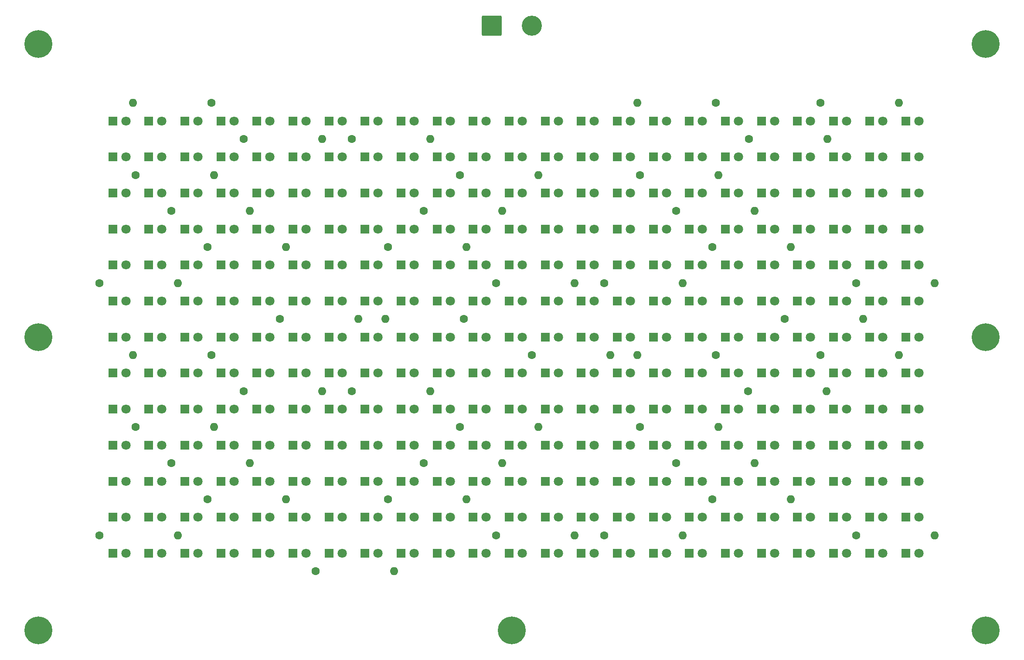
<source format=gbr>
%TF.GenerationSoftware,KiCad,Pcbnew,(6.0.6-0)*%
%TF.CreationDate,2022-07-15T18:49:22+02:00*%
%TF.ProjectId,laemp,6c61656d-702e-46b6-9963-61645f706362,1*%
%TF.SameCoordinates,Original*%
%TF.FileFunction,Soldermask,Top*%
%TF.FilePolarity,Negative*%
%FSLAX46Y46*%
G04 Gerber Fmt 4.6, Leading zero omitted, Abs format (unit mm)*
G04 Created by KiCad (PCBNEW (6.0.6-0)) date 2022-07-15 18:49:22*
%MOMM*%
%LPD*%
G01*
G04 APERTURE LIST*
G04 Aperture macros list*
%AMRoundRect*
0 Rectangle with rounded corners*
0 $1 Rounding radius*
0 $2 $3 $4 $5 $6 $7 $8 $9 X,Y pos of 4 corners*
0 Add a 4 corners polygon primitive as box body*
4,1,4,$2,$3,$4,$5,$6,$7,$8,$9,$2,$3,0*
0 Add four circle primitives for the rounded corners*
1,1,$1+$1,$2,$3*
1,1,$1+$1,$4,$5*
1,1,$1+$1,$6,$7*
1,1,$1+$1,$8,$9*
0 Add four rect primitives between the rounded corners*
20,1,$1+$1,$2,$3,$4,$5,0*
20,1,$1+$1,$4,$5,$6,$7,0*
20,1,$1+$1,$6,$7,$8,$9,0*
20,1,$1+$1,$8,$9,$2,$3,0*%
G04 Aperture macros list end*
%ADD10R,1.800000X1.800000*%
%ADD11C,1.800000*%
%ADD12RoundRect,0.250002X-1.699998X-1.699998X1.699998X-1.699998X1.699998X1.699998X-1.699998X1.699998X0*%
%ADD13C,3.900000*%
%ADD14C,5.400000*%
%ADD15C,0.800000*%
%ADD16O,1.600000X1.600000*%
%ADD17C,1.600000*%
G04 APERTURE END LIST*
D10*
%TO.C,D236*%
X192960000Y-55500000D03*
D11*
X195500000Y-55500000D03*
%TD*%
D10*
%TO.C,D299*%
X220960000Y-48500000D03*
D11*
X223500000Y-48500000D03*
%TD*%
D10*
%TO.C,D79*%
X108960000Y-48500000D03*
D11*
X111500000Y-48500000D03*
%TD*%
D10*
%TO.C,D92*%
X115960000Y-132500000D03*
D11*
X118500000Y-132500000D03*
%TD*%
D10*
%TO.C,D23*%
X73960000Y-69500000D03*
D11*
X76500000Y-69500000D03*
%TD*%
D10*
%TO.C,D228*%
X185960000Y-90500000D03*
D11*
X188500000Y-90500000D03*
%TD*%
D10*
%TO.C,D128*%
X129960000Y-62500000D03*
D11*
X132500000Y-62500000D03*
%TD*%
D10*
%TO.C,D99*%
X115960000Y-83500000D03*
D11*
X118500000Y-83500000D03*
%TD*%
D10*
%TO.C,D157*%
X150960000Y-48500000D03*
D11*
X153500000Y-48500000D03*
%TD*%
D10*
%TO.C,D280*%
X213960000Y-90500000D03*
D11*
X216500000Y-90500000D03*
%TD*%
D10*
%TO.C,D100*%
X115960000Y-76500000D03*
D11*
X118500000Y-76500000D03*
%TD*%
D10*
%TO.C,D25*%
X73960000Y-55500000D03*
D11*
X76500000Y-55500000D03*
%TD*%
D10*
%TO.C,D192*%
X164960000Y-111500000D03*
D11*
X167500000Y-111500000D03*
%TD*%
D10*
%TO.C,D289*%
X220960000Y-118500000D03*
D11*
X223500000Y-118500000D03*
%TD*%
D10*
%TO.C,D231*%
X185960000Y-69500000D03*
D11*
X188500000Y-69500000D03*
%TD*%
D10*
%TO.C,D204*%
X171960000Y-76500000D03*
D11*
X174500000Y-76500000D03*
%TD*%
D10*
%TO.C,D219*%
X178960000Y-118500000D03*
D11*
X181500000Y-118500000D03*
%TD*%
D10*
%TO.C,D9*%
X66960000Y-104500000D03*
D11*
X69500000Y-104500000D03*
%TD*%
D10*
%TO.C,D242*%
X192960000Y-97500000D03*
D11*
X195500000Y-97500000D03*
%TD*%
D10*
%TO.C,D40*%
X87960000Y-132500000D03*
D11*
X90500000Y-132500000D03*
%TD*%
D10*
%TO.C,D20*%
X73960000Y-90500000D03*
D11*
X76500000Y-90500000D03*
%TD*%
D10*
%TO.C,D45*%
X87960000Y-97500000D03*
D11*
X90500000Y-97500000D03*
%TD*%
D10*
%TO.C,D267*%
X206960000Y-90500000D03*
D11*
X209500000Y-90500000D03*
%TD*%
D10*
%TO.C,D82*%
X108960000Y-69500000D03*
D11*
X111500000Y-69500000D03*
%TD*%
D10*
%TO.C,D70*%
X101960000Y-104500000D03*
D11*
X104500000Y-104500000D03*
%TD*%
D10*
%TO.C,D12*%
X66960000Y-125500000D03*
D11*
X69500000Y-125500000D03*
%TD*%
D10*
%TO.C,D47*%
X87960000Y-83500000D03*
D11*
X90500000Y-83500000D03*
%TD*%
D10*
%TO.C,D154*%
X143960000Y-62500000D03*
D11*
X146500000Y-62500000D03*
%TD*%
D10*
%TO.C,D271*%
X206960000Y-118500000D03*
D11*
X209500000Y-118500000D03*
%TD*%
D10*
%TO.C,D106*%
X122960000Y-55500000D03*
D11*
X125500000Y-55500000D03*
%TD*%
D10*
%TO.C,D78*%
X101960000Y-48500000D03*
D11*
X104500000Y-48500000D03*
%TD*%
D10*
%TO.C,D269*%
X206960000Y-104500000D03*
D11*
X209500000Y-104500000D03*
%TD*%
D10*
%TO.C,D145*%
X143960000Y-125500000D03*
D11*
X146500000Y-125500000D03*
%TD*%
D10*
%TO.C,D216*%
X178960000Y-97500000D03*
D11*
X181500000Y-97500000D03*
%TD*%
D10*
%TO.C,D152*%
X143960000Y-76500000D03*
D11*
X146500000Y-76500000D03*
%TD*%
D10*
%TO.C,D16*%
X73960000Y-118500000D03*
D11*
X76500000Y-118500000D03*
%TD*%
D10*
%TO.C,D234*%
X185960000Y-48500000D03*
D11*
X188500000Y-48500000D03*
%TD*%
D10*
%TO.C,D266*%
X206960000Y-83500000D03*
D11*
X209500000Y-83500000D03*
%TD*%
D10*
%TO.C,D189*%
X164960000Y-90500000D03*
D11*
X167500000Y-90500000D03*
%TD*%
D10*
%TO.C,D181*%
X157960000Y-55500000D03*
D11*
X160500000Y-55500000D03*
%TD*%
D10*
%TO.C,D89*%
X108960000Y-118500000D03*
D11*
X111500000Y-118500000D03*
%TD*%
D10*
%TO.C,D209*%
X178960000Y-48500000D03*
D11*
X181500000Y-48500000D03*
%TD*%
D10*
%TO.C,D224*%
X185960000Y-118500000D03*
D11*
X188500000Y-118500000D03*
%TD*%
D10*
%TO.C,D19*%
X73960000Y-97500000D03*
D11*
X76500000Y-97500000D03*
%TD*%
D10*
%TO.C,D2*%
X66960000Y-55500000D03*
D11*
X69500000Y-55500000D03*
%TD*%
D10*
%TO.C,D141*%
X136960000Y-118500000D03*
D11*
X139500000Y-118500000D03*
%TD*%
D10*
%TO.C,D91*%
X108960000Y-132500000D03*
D11*
X111500000Y-132500000D03*
%TD*%
D10*
%TO.C,D150*%
X143960000Y-90500000D03*
D11*
X146500000Y-90500000D03*
%TD*%
D10*
%TO.C,D277*%
X213960000Y-69500000D03*
D11*
X216500000Y-69500000D03*
%TD*%
D10*
%TO.C,D118*%
X129960000Y-132500000D03*
D11*
X132500000Y-132500000D03*
%TD*%
D10*
%TO.C,D33*%
X80960000Y-90500000D03*
D11*
X83500000Y-90500000D03*
%TD*%
D10*
%TO.C,D188*%
X164960000Y-83500000D03*
D11*
X167500000Y-83500000D03*
%TD*%
D10*
%TO.C,D143*%
X136960000Y-132500000D03*
D11*
X139500000Y-132500000D03*
%TD*%
D10*
%TO.C,D206*%
X171960000Y-62500000D03*
D11*
X174500000Y-62500000D03*
%TD*%
D10*
%TO.C,D121*%
X129960000Y-111500000D03*
D11*
X132500000Y-111500000D03*
%TD*%
D10*
%TO.C,D151*%
X143960000Y-83500000D03*
D11*
X146500000Y-83500000D03*
%TD*%
D10*
%TO.C,D21*%
X73960000Y-83500000D03*
D11*
X76500000Y-83500000D03*
%TD*%
D10*
%TO.C,D113*%
X122960000Y-104500000D03*
D11*
X125500000Y-104500000D03*
%TD*%
D10*
%TO.C,D29*%
X80960000Y-62500000D03*
D11*
X83500000Y-62500000D03*
%TD*%
D10*
%TO.C,D124*%
X129960000Y-90500000D03*
D11*
X132500000Y-90500000D03*
%TD*%
D10*
%TO.C,D133*%
X136960000Y-62500000D03*
D11*
X139500000Y-62500000D03*
%TD*%
D10*
%TO.C,D295*%
X220960000Y-76500000D03*
D11*
X223500000Y-76500000D03*
%TD*%
D10*
%TO.C,D173*%
X157960000Y-111500000D03*
D11*
X160500000Y-111500000D03*
%TD*%
D10*
%TO.C,D60*%
X94960000Y-97500000D03*
D11*
X97500000Y-97500000D03*
%TD*%
D10*
%TO.C,D174*%
X157960000Y-104500000D03*
D11*
X160500000Y-104500000D03*
%TD*%
D10*
%TO.C,D285*%
X213960000Y-125500000D03*
D11*
X216500000Y-125500000D03*
%TD*%
D10*
%TO.C,D24*%
X73960000Y-62500000D03*
D11*
X76500000Y-62500000D03*
%TD*%
D10*
%TO.C,D74*%
X101960000Y-76500000D03*
D11*
X104500000Y-76500000D03*
%TD*%
D10*
%TO.C,D116*%
X122960000Y-125500000D03*
D11*
X125500000Y-125500000D03*
%TD*%
D12*
%TO.C,J1*%
X140600000Y-30000000D03*
D13*
X148400000Y-30000000D03*
%TD*%
D10*
%TO.C,D183*%
X164960000Y-48500000D03*
D11*
X167500000Y-48500000D03*
%TD*%
D10*
%TO.C,D230*%
X185960000Y-76500000D03*
D11*
X188500000Y-76500000D03*
%TD*%
D10*
%TO.C,D17*%
X73960000Y-111500000D03*
D11*
X76500000Y-111500000D03*
%TD*%
D10*
%TO.C,D235*%
X192960000Y-48500000D03*
D11*
X195500000Y-48500000D03*
%TD*%
D10*
%TO.C,D223*%
X185960000Y-125500000D03*
D11*
X188500000Y-125500000D03*
%TD*%
D10*
%TO.C,D175*%
X157960000Y-97500000D03*
D11*
X160500000Y-97500000D03*
%TD*%
D10*
%TO.C,D105*%
X122960000Y-48500000D03*
D11*
X125500000Y-48500000D03*
%TD*%
D10*
%TO.C,D122*%
X129960000Y-104500000D03*
D11*
X132500000Y-104500000D03*
%TD*%
D10*
%TO.C,D168*%
X150960000Y-125500000D03*
D11*
X153500000Y-125500000D03*
%TD*%
D10*
%TO.C,D28*%
X80960000Y-55500000D03*
D11*
X83500000Y-55500000D03*
%TD*%
D10*
%TO.C,D247*%
X192960000Y-132500000D03*
D11*
X195500000Y-132500000D03*
%TD*%
D10*
%TO.C,D149*%
X143960000Y-97500000D03*
D11*
X146500000Y-97500000D03*
%TD*%
D10*
%TO.C,D72*%
X101960000Y-90500000D03*
D11*
X104500000Y-90500000D03*
%TD*%
D10*
%TO.C,D256*%
X199960000Y-76500000D03*
D11*
X202500000Y-76500000D03*
%TD*%
D10*
%TO.C,D294*%
X220960000Y-83500000D03*
D11*
X223500000Y-83500000D03*
%TD*%
D10*
%TO.C,D220*%
X178960000Y-125500000D03*
D11*
X181500000Y-125500000D03*
%TD*%
D10*
%TO.C,D218*%
X178960000Y-111500000D03*
D11*
X181500000Y-111500000D03*
%TD*%
D10*
%TO.C,D4*%
X66960000Y-69500000D03*
D11*
X69500000Y-69500000D03*
%TD*%
D10*
%TO.C,D46*%
X87960000Y-90500000D03*
D11*
X90500000Y-90500000D03*
%TD*%
D10*
%TO.C,D184*%
X164960000Y-55500000D03*
D11*
X167500000Y-55500000D03*
%TD*%
D10*
%TO.C,D286*%
X213960000Y-132500000D03*
D11*
X216500000Y-132500000D03*
%TD*%
D10*
%TO.C,D94*%
X115960000Y-118500000D03*
D11*
X118500000Y-118500000D03*
%TD*%
D10*
%TO.C,D10*%
X66960000Y-111500000D03*
D11*
X69500000Y-111500000D03*
%TD*%
D10*
%TO.C,D131*%
X136960000Y-48500000D03*
D11*
X139500000Y-48500000D03*
%TD*%
D10*
%TO.C,D11*%
X66960000Y-118500000D03*
D11*
X69500000Y-118500000D03*
%TD*%
D10*
%TO.C,D130*%
X129960000Y-48500000D03*
D11*
X132500000Y-48500000D03*
%TD*%
D10*
%TO.C,D162*%
X150960000Y-83500000D03*
D11*
X153500000Y-83500000D03*
%TD*%
D10*
%TO.C,D123*%
X129960000Y-97500000D03*
D11*
X132500000Y-97500000D03*
%TD*%
D10*
%TO.C,D165*%
X150960000Y-104500000D03*
D11*
X153500000Y-104500000D03*
%TD*%
D10*
%TO.C,D179*%
X157960000Y-69500000D03*
D11*
X160500000Y-69500000D03*
%TD*%
D10*
%TO.C,D71*%
X101960000Y-97500000D03*
D11*
X104500000Y-97500000D03*
%TD*%
D10*
%TO.C,D30*%
X80960000Y-69500000D03*
D11*
X83500000Y-69500000D03*
%TD*%
D10*
%TO.C,D144*%
X143960000Y-132500000D03*
D11*
X146500000Y-132500000D03*
%TD*%
D10*
%TO.C,D67*%
X101960000Y-125500000D03*
D11*
X104500000Y-125500000D03*
%TD*%
D10*
%TO.C,D268*%
X206960000Y-97500000D03*
D11*
X209500000Y-97500000D03*
%TD*%
D10*
%TO.C,D85*%
X108960000Y-90500000D03*
D11*
X111500000Y-90500000D03*
%TD*%
D10*
%TO.C,D146*%
X143960000Y-118500000D03*
D11*
X146500000Y-118500000D03*
%TD*%
D10*
%TO.C,D96*%
X115960000Y-104500000D03*
D11*
X118500000Y-104500000D03*
%TD*%
D10*
%TO.C,D240*%
X192960000Y-83500000D03*
D11*
X195500000Y-83500000D03*
%TD*%
D10*
%TO.C,D44*%
X87960000Y-104500000D03*
D11*
X90500000Y-104500000D03*
%TD*%
D10*
%TO.C,D102*%
X115960000Y-62500000D03*
D11*
X118500000Y-62500000D03*
%TD*%
D10*
%TO.C,D178*%
X157960000Y-76500000D03*
D11*
X160500000Y-76500000D03*
%TD*%
D10*
%TO.C,D83*%
X108960000Y-76500000D03*
D11*
X111500000Y-76500000D03*
%TD*%
D10*
%TO.C,D199*%
X171960000Y-111500000D03*
D11*
X174500000Y-111500000D03*
%TD*%
D10*
%TO.C,D35*%
X80960000Y-104500000D03*
D11*
X83500000Y-104500000D03*
%TD*%
D10*
%TO.C,D148*%
X143960000Y-104500000D03*
D11*
X146500000Y-104500000D03*
%TD*%
D14*
%TO.C,H2*%
X236500000Y-33500000D03*
D15*
X234475000Y-33500000D03*
X237931891Y-34931891D03*
X235068109Y-34931891D03*
X235068109Y-32068109D03*
X236500000Y-35525000D03*
X238525000Y-33500000D03*
X237931891Y-32068109D03*
X236500000Y-31475000D03*
%TD*%
D10*
%TO.C,D90*%
X108960000Y-125500000D03*
D11*
X111500000Y-125500000D03*
%TD*%
D10*
%TO.C,D147*%
X143960000Y-111500000D03*
D11*
X146500000Y-111500000D03*
%TD*%
D14*
%TO.C,H6*%
X52500000Y-147500000D03*
D15*
X53931891Y-148931891D03*
X52500000Y-149525000D03*
X52500000Y-145475000D03*
X53931891Y-146068109D03*
X54525000Y-147500000D03*
X50475000Y-147500000D03*
X51068109Y-148931891D03*
X51068109Y-146068109D03*
%TD*%
D10*
%TO.C,D172*%
X157960000Y-118500000D03*
D11*
X160500000Y-118500000D03*
%TD*%
D10*
%TO.C,D7*%
X66960000Y-90500000D03*
D11*
X69500000Y-90500000D03*
%TD*%
D10*
%TO.C,D239*%
X192960000Y-76500000D03*
D11*
X195500000Y-76500000D03*
%TD*%
D10*
%TO.C,D13*%
X66960000Y-132500000D03*
D11*
X69500000Y-132500000D03*
%TD*%
D10*
%TO.C,D195*%
X164960000Y-132500000D03*
D11*
X167500000Y-132500000D03*
%TD*%
D10*
%TO.C,D156*%
X143960000Y-48500000D03*
D11*
X146500000Y-48500000D03*
%TD*%
D14*
%TO.C,H4*%
X236500000Y-147500000D03*
D15*
X235068109Y-148931891D03*
X236500000Y-149525000D03*
X237931891Y-148931891D03*
X238525000Y-147500000D03*
X235068109Y-146068109D03*
X234475000Y-147500000D03*
X237931891Y-146068109D03*
X236500000Y-145475000D03*
%TD*%
D10*
%TO.C,D276*%
X213960000Y-62500000D03*
D11*
X216500000Y-62500000D03*
%TD*%
D10*
%TO.C,D237*%
X192960000Y-62500000D03*
D11*
X195500000Y-62500000D03*
%TD*%
D10*
%TO.C,D88*%
X108960000Y-111500000D03*
D11*
X111500000Y-111500000D03*
%TD*%
D10*
%TO.C,D120*%
X129960000Y-118500000D03*
D11*
X132500000Y-118500000D03*
%TD*%
D10*
%TO.C,D119*%
X129960000Y-125500000D03*
D11*
X132500000Y-125500000D03*
%TD*%
D10*
%TO.C,D109*%
X122960000Y-76500000D03*
D11*
X125500000Y-76500000D03*
%TD*%
D10*
%TO.C,D66*%
X101960000Y-132500000D03*
D11*
X104500000Y-132500000D03*
%TD*%
D10*
%TO.C,D80*%
X108960000Y-55500000D03*
D11*
X111500000Y-55500000D03*
%TD*%
D10*
%TO.C,D126*%
X129960000Y-76500000D03*
D11*
X132500000Y-76500000D03*
%TD*%
D10*
%TO.C,D161*%
X150960000Y-76500000D03*
D11*
X153500000Y-76500000D03*
%TD*%
D10*
%TO.C,D258*%
X199960000Y-62500000D03*
D11*
X202500000Y-62500000D03*
%TD*%
D10*
%TO.C,D251*%
X199960000Y-111500000D03*
D11*
X202500000Y-111500000D03*
%TD*%
D10*
%TO.C,D15*%
X73960000Y-125500000D03*
D11*
X76500000Y-125500000D03*
%TD*%
D10*
%TO.C,D42*%
X87960000Y-118500000D03*
D11*
X90500000Y-118500000D03*
%TD*%
D10*
%TO.C,D260*%
X199960000Y-48500000D03*
D11*
X202500000Y-48500000D03*
%TD*%
D10*
%TO.C,D134*%
X136960000Y-69500000D03*
D11*
X139500000Y-69500000D03*
%TD*%
D10*
%TO.C,D115*%
X122960000Y-118500000D03*
D11*
X125500000Y-118500000D03*
%TD*%
D10*
%TO.C,D142*%
X136960000Y-125500000D03*
D11*
X139500000Y-125500000D03*
%TD*%
D10*
%TO.C,D291*%
X220960000Y-104500000D03*
D11*
X223500000Y-104500000D03*
%TD*%
D15*
%TO.C,H3*%
X235068109Y-91931891D03*
X236500000Y-92525000D03*
X238525000Y-90500000D03*
D14*
X236500000Y-90500000D03*
D15*
X234475000Y-90500000D03*
X237931891Y-89068109D03*
X236500000Y-88475000D03*
X237931891Y-91931891D03*
X235068109Y-89068109D03*
%TD*%
D10*
%TO.C,D275*%
X213960000Y-55500000D03*
D11*
X216500000Y-55500000D03*
%TD*%
D10*
%TO.C,D238*%
X192960000Y-69500000D03*
D11*
X195500000Y-69500000D03*
%TD*%
D10*
%TO.C,D187*%
X164960000Y-76500000D03*
D11*
X167500000Y-76500000D03*
%TD*%
D10*
%TO.C,D125*%
X129960000Y-83500000D03*
D11*
X132500000Y-83500000D03*
%TD*%
D10*
%TO.C,D297*%
X220960000Y-62500000D03*
D11*
X223500000Y-62500000D03*
%TD*%
D10*
%TO.C,D167*%
X150960000Y-118500000D03*
D11*
X153500000Y-118500000D03*
%TD*%
D10*
%TO.C,D95*%
X115960000Y-111500000D03*
D11*
X118500000Y-111500000D03*
%TD*%
D10*
%TO.C,D138*%
X136960000Y-97500000D03*
D11*
X139500000Y-97500000D03*
%TD*%
D10*
%TO.C,D3*%
X66960000Y-62500000D03*
D11*
X69500000Y-62500000D03*
%TD*%
D10*
%TO.C,D49*%
X87960000Y-69500000D03*
D11*
X90500000Y-69500000D03*
%TD*%
D10*
%TO.C,D107*%
X122960000Y-62500000D03*
D11*
X125500000Y-62500000D03*
%TD*%
D10*
%TO.C,D274*%
X213960000Y-48500000D03*
D11*
X216500000Y-48500000D03*
%TD*%
D10*
%TO.C,D98*%
X115960000Y-90500000D03*
D11*
X118500000Y-90500000D03*
%TD*%
D10*
%TO.C,D22*%
X73960000Y-76500000D03*
D11*
X76500000Y-76500000D03*
%TD*%
D10*
%TO.C,D61*%
X94960000Y-104500000D03*
D11*
X97500000Y-104500000D03*
%TD*%
D10*
%TO.C,D287*%
X220960000Y-132500000D03*
D11*
X223500000Y-132500000D03*
%TD*%
D10*
%TO.C,D14*%
X73960000Y-132500000D03*
D11*
X76500000Y-132500000D03*
%TD*%
D10*
%TO.C,D77*%
X101960000Y-55500000D03*
D11*
X104500000Y-55500000D03*
%TD*%
D10*
%TO.C,D93*%
X115960000Y-125500000D03*
D11*
X118500000Y-125500000D03*
%TD*%
D10*
%TO.C,D253*%
X199960000Y-97500000D03*
D11*
X202500000Y-97500000D03*
%TD*%
D10*
%TO.C,D97*%
X115960000Y-97500000D03*
D11*
X118500000Y-97500000D03*
%TD*%
D15*
%TO.C,H1*%
X52500000Y-31475000D03*
X51068109Y-32068109D03*
X52500000Y-35525000D03*
X54525000Y-33500000D03*
X50475000Y-33500000D03*
X51068109Y-34931891D03*
D14*
X52500000Y-33500000D03*
D15*
X53931891Y-32068109D03*
X53931891Y-34931891D03*
%TD*%
D10*
%TO.C,D62*%
X94960000Y-111500000D03*
D11*
X97500000Y-111500000D03*
%TD*%
D10*
%TO.C,D5*%
X66960000Y-76500000D03*
D11*
X69500000Y-76500000D03*
%TD*%
D10*
%TO.C,D36*%
X80960000Y-111500000D03*
D11*
X83500000Y-111500000D03*
%TD*%
D10*
%TO.C,D194*%
X164960000Y-125500000D03*
D11*
X167500000Y-125500000D03*
%TD*%
D10*
%TO.C,D213*%
X178960000Y-76500000D03*
D11*
X181500000Y-76500000D03*
%TD*%
D10*
%TO.C,D6*%
X66960000Y-83500000D03*
D11*
X69500000Y-83500000D03*
%TD*%
D10*
%TO.C,D180*%
X157960000Y-62500000D03*
D11*
X160500000Y-62500000D03*
%TD*%
D10*
%TO.C,D8*%
X66960000Y-97500000D03*
D11*
X69500000Y-97500000D03*
%TD*%
D10*
%TO.C,D227*%
X185960000Y-97500000D03*
D11*
X188500000Y-97500000D03*
%TD*%
D10*
%TO.C,D76*%
X101960000Y-62500000D03*
D11*
X104500000Y-62500000D03*
%TD*%
D10*
%TO.C,D64*%
X94960000Y-125500000D03*
D11*
X97500000Y-125500000D03*
%TD*%
D10*
%TO.C,D84*%
X108960000Y-83500000D03*
D11*
X111500000Y-83500000D03*
%TD*%
D10*
%TO.C,D104*%
X115960000Y-48500000D03*
D11*
X118500000Y-48500000D03*
%TD*%
D10*
%TO.C,D136*%
X136960000Y-83500000D03*
D11*
X139500000Y-83500000D03*
%TD*%
D10*
%TO.C,D68*%
X101960000Y-118500000D03*
D11*
X104500000Y-118500000D03*
%TD*%
D10*
%TO.C,D212*%
X178960000Y-69500000D03*
D11*
X181500000Y-69500000D03*
%TD*%
D10*
%TO.C,D111*%
X122960000Y-90500000D03*
D11*
X125500000Y-90500000D03*
%TD*%
D10*
%TO.C,D182*%
X157960000Y-48500000D03*
D11*
X160500000Y-48500000D03*
%TD*%
D10*
%TO.C,D245*%
X192960000Y-118500000D03*
D11*
X195500000Y-118500000D03*
%TD*%
D10*
%TO.C,D86*%
X108960000Y-97500000D03*
D11*
X111500000Y-97500000D03*
%TD*%
D10*
%TO.C,D127*%
X129960000Y-69500000D03*
D11*
X132500000Y-69500000D03*
%TD*%
D10*
%TO.C,D248*%
X199960000Y-132500000D03*
D11*
X202500000Y-132500000D03*
%TD*%
D10*
%TO.C,D1*%
X66960000Y-48500000D03*
D11*
X69500000Y-48500000D03*
%TD*%
D10*
%TO.C,D232*%
X185960000Y-62500000D03*
D11*
X188500000Y-62500000D03*
%TD*%
D10*
%TO.C,D263*%
X206960000Y-62500000D03*
D11*
X209500000Y-62500000D03*
%TD*%
D10*
%TO.C,D197*%
X171960000Y-125500000D03*
D11*
X174500000Y-125500000D03*
%TD*%
D10*
%TO.C,D177*%
X157960000Y-83500000D03*
D11*
X160500000Y-83500000D03*
%TD*%
D10*
%TO.C,D59*%
X94960000Y-90500000D03*
D11*
X97500000Y-90500000D03*
%TD*%
D10*
%TO.C,D233*%
X185960000Y-55500000D03*
D11*
X188500000Y-55500000D03*
%TD*%
D10*
%TO.C,D205*%
X171960000Y-69500000D03*
D11*
X174500000Y-69500000D03*
%TD*%
D10*
%TO.C,D43*%
X87960000Y-111500000D03*
D11*
X90500000Y-111500000D03*
%TD*%
D10*
%TO.C,D202*%
X171960000Y-90500000D03*
D11*
X174500000Y-90500000D03*
%TD*%
D10*
%TO.C,D75*%
X101960000Y-69500000D03*
D11*
X104500000Y-69500000D03*
%TD*%
D10*
%TO.C,D225*%
X185960000Y-111500000D03*
D11*
X188500000Y-111500000D03*
%TD*%
D10*
%TO.C,D63*%
X94960000Y-118500000D03*
D11*
X97500000Y-118500000D03*
%TD*%
D10*
%TO.C,D81*%
X108960000Y-62500000D03*
D11*
X111500000Y-62500000D03*
%TD*%
D10*
%TO.C,D226*%
X185960000Y-104500000D03*
D11*
X188500000Y-104500000D03*
%TD*%
D10*
%TO.C,D137*%
X136960000Y-90500000D03*
D11*
X139500000Y-90500000D03*
%TD*%
D10*
%TO.C,D132*%
X136960000Y-55500000D03*
D11*
X139500000Y-55500000D03*
%TD*%
D10*
%TO.C,D252*%
X199960000Y-104500000D03*
D11*
X202500000Y-104500000D03*
%TD*%
D10*
%TO.C,D281*%
X213960000Y-97500000D03*
D11*
X216500000Y-97500000D03*
%TD*%
D10*
%TO.C,D293*%
X220960000Y-90500000D03*
D11*
X223500000Y-90500000D03*
%TD*%
D10*
%TO.C,D51*%
X87960000Y-55500000D03*
D11*
X90500000Y-55500000D03*
%TD*%
D10*
%TO.C,D249*%
X199960000Y-125500000D03*
D11*
X202500000Y-125500000D03*
%TD*%
D10*
%TO.C,D169*%
X150960000Y-132500000D03*
D11*
X153500000Y-132500000D03*
%TD*%
D10*
%TO.C,D176*%
X157960000Y-90500000D03*
D11*
X160500000Y-90500000D03*
%TD*%
D10*
%TO.C,D241*%
X192960000Y-90500000D03*
D11*
X195500000Y-90500000D03*
%TD*%
D14*
%TO.C,H5*%
X144500000Y-147500000D03*
D15*
X145931891Y-146068109D03*
X143068109Y-146068109D03*
X144500000Y-149525000D03*
X145931891Y-148931891D03*
X142475000Y-147500000D03*
X144500000Y-145475000D03*
X143068109Y-148931891D03*
X146525000Y-147500000D03*
%TD*%
D10*
%TO.C,D166*%
X150960000Y-111500000D03*
D11*
X153500000Y-111500000D03*
%TD*%
D10*
%TO.C,D153*%
X143960000Y-69500000D03*
D11*
X146500000Y-69500000D03*
%TD*%
D10*
%TO.C,D211*%
X178960000Y-62500000D03*
D11*
X181500000Y-62500000D03*
%TD*%
D10*
%TO.C,D50*%
X87960000Y-62500000D03*
D11*
X90500000Y-62500000D03*
%TD*%
D10*
%TO.C,D158*%
X150960000Y-55500000D03*
D11*
X153500000Y-55500000D03*
%TD*%
D10*
%TO.C,D73*%
X101960000Y-83500000D03*
D11*
X104500000Y-83500000D03*
%TD*%
D10*
%TO.C,D87*%
X108960000Y-104500000D03*
D11*
X111500000Y-104500000D03*
%TD*%
D10*
%TO.C,D282*%
X213960000Y-104500000D03*
D11*
X216500000Y-104500000D03*
%TD*%
D10*
%TO.C,D254*%
X199960000Y-90500000D03*
D11*
X202500000Y-90500000D03*
%TD*%
D10*
%TO.C,D217*%
X178960000Y-104500000D03*
D11*
X181500000Y-104500000D03*
%TD*%
D10*
%TO.C,D58*%
X94960000Y-83500000D03*
D11*
X97500000Y-83500000D03*
%TD*%
D10*
%TO.C,D26*%
X73960000Y-48500000D03*
D11*
X76500000Y-48500000D03*
%TD*%
D10*
%TO.C,D298*%
X220960000Y-55500000D03*
D11*
X223500000Y-55500000D03*
%TD*%
D10*
%TO.C,D65*%
X94960000Y-132500000D03*
D11*
X97500000Y-132500000D03*
%TD*%
D10*
%TO.C,D112*%
X122960000Y-97500000D03*
D11*
X125500000Y-97500000D03*
%TD*%
D10*
%TO.C,D114*%
X122960000Y-111500000D03*
D11*
X125500000Y-111500000D03*
%TD*%
D10*
%TO.C,D191*%
X164960000Y-104500000D03*
D11*
X167500000Y-104500000D03*
%TD*%
D10*
%TO.C,D39*%
X80960000Y-132500000D03*
D11*
X83500000Y-132500000D03*
%TD*%
D10*
%TO.C,D135*%
X136960000Y-76500000D03*
D11*
X139500000Y-76500000D03*
%TD*%
D10*
%TO.C,D243*%
X192960000Y-104500000D03*
D11*
X195500000Y-104500000D03*
%TD*%
D10*
%TO.C,D53*%
X94960000Y-48500000D03*
D11*
X97500000Y-48500000D03*
%TD*%
D10*
%TO.C,D198*%
X171960000Y-118500000D03*
D11*
X174500000Y-118500000D03*
%TD*%
D10*
%TO.C,D210*%
X178960000Y-55500000D03*
D11*
X181500000Y-55500000D03*
%TD*%
D10*
%TO.C,D170*%
X157960000Y-132500000D03*
D11*
X160500000Y-132500000D03*
%TD*%
D10*
%TO.C,D288*%
X220960000Y-125500000D03*
D11*
X223500000Y-125500000D03*
%TD*%
D10*
%TO.C,D101*%
X115960000Y-69500000D03*
D11*
X118500000Y-69500000D03*
%TD*%
D10*
%TO.C,D37*%
X80960000Y-118500000D03*
D11*
X83500000Y-118500000D03*
%TD*%
D10*
%TO.C,D255*%
X199960000Y-83500000D03*
D11*
X202500000Y-83500000D03*
%TD*%
D10*
%TO.C,D296*%
X220960000Y-69500000D03*
D11*
X223500000Y-69500000D03*
%TD*%
D10*
%TO.C,D250*%
X199960000Y-118500000D03*
D11*
X202500000Y-118500000D03*
%TD*%
D10*
%TO.C,D279*%
X213960000Y-83500000D03*
D11*
X216500000Y-83500000D03*
%TD*%
D10*
%TO.C,D38*%
X80960000Y-125500000D03*
D11*
X83500000Y-125500000D03*
%TD*%
D10*
%TO.C,D155*%
X143960000Y-55500000D03*
D11*
X146500000Y-55500000D03*
%TD*%
D10*
%TO.C,D69*%
X101960000Y-111500000D03*
D11*
X104500000Y-111500000D03*
%TD*%
D10*
%TO.C,D34*%
X80960000Y-97500000D03*
D11*
X83500000Y-97500000D03*
%TD*%
D10*
%TO.C,D31*%
X80960000Y-76500000D03*
D11*
X83500000Y-76500000D03*
%TD*%
D10*
%TO.C,D159*%
X150960000Y-62500000D03*
D11*
X153500000Y-62500000D03*
%TD*%
D10*
%TO.C,D41*%
X87960000Y-125500000D03*
D11*
X90500000Y-125500000D03*
%TD*%
D10*
%TO.C,D283*%
X213960000Y-111500000D03*
D11*
X216500000Y-111500000D03*
%TD*%
D10*
%TO.C,D103*%
X115960000Y-55500000D03*
D11*
X118500000Y-55500000D03*
%TD*%
D10*
%TO.C,D108*%
X122960000Y-69500000D03*
D11*
X125500000Y-69500000D03*
%TD*%
D10*
%TO.C,D284*%
X213960000Y-118500000D03*
D11*
X216500000Y-118500000D03*
%TD*%
D10*
%TO.C,D196*%
X171960000Y-132500000D03*
D11*
X174500000Y-132500000D03*
%TD*%
D10*
%TO.C,D259*%
X199960000Y-55500000D03*
D11*
X202500000Y-55500000D03*
%TD*%
D10*
%TO.C,D57*%
X94960000Y-76500000D03*
D11*
X97500000Y-76500000D03*
%TD*%
D10*
%TO.C,D203*%
X171960000Y-83500000D03*
D11*
X174500000Y-83500000D03*
%TD*%
D10*
%TO.C,D278*%
X213960000Y-76500000D03*
D11*
X216500000Y-76500000D03*
%TD*%
D10*
%TO.C,D265*%
X206960000Y-76500000D03*
D11*
X209500000Y-76500000D03*
%TD*%
D10*
%TO.C,D190*%
X164960000Y-97500000D03*
D11*
X167500000Y-97500000D03*
%TD*%
D10*
%TO.C,D185*%
X164960000Y-62500000D03*
D11*
X167500000Y-62500000D03*
%TD*%
D10*
%TO.C,D18*%
X73960000Y-104500000D03*
D11*
X76500000Y-104500000D03*
%TD*%
D10*
%TO.C,D270*%
X206960000Y-111500000D03*
D11*
X209500000Y-111500000D03*
%TD*%
D10*
%TO.C,D222*%
X185960000Y-132500000D03*
D11*
X188500000Y-132500000D03*
%TD*%
D10*
%TO.C,D32*%
X80960000Y-83500000D03*
D11*
X83500000Y-83500000D03*
%TD*%
D10*
%TO.C,D246*%
X192960000Y-125500000D03*
D11*
X195500000Y-125500000D03*
%TD*%
D10*
%TO.C,D56*%
X94960000Y-69500000D03*
D11*
X97500000Y-69500000D03*
%TD*%
D10*
%TO.C,D244*%
X192960000Y-111500000D03*
D11*
X195500000Y-111500000D03*
%TD*%
D10*
%TO.C,D292*%
X220960000Y-97500000D03*
D11*
X223500000Y-97500000D03*
%TD*%
D10*
%TO.C,D193*%
X164960000Y-118500000D03*
D11*
X167500000Y-118500000D03*
%TD*%
D10*
%TO.C,D164*%
X150960000Y-97500000D03*
D11*
X153500000Y-97500000D03*
%TD*%
D10*
%TO.C,D257*%
X199960000Y-69500000D03*
D11*
X202500000Y-69500000D03*
%TD*%
D10*
%TO.C,D273*%
X206960000Y-132500000D03*
D11*
X209500000Y-132500000D03*
%TD*%
D10*
%TO.C,D139*%
X136960000Y-104500000D03*
D11*
X139500000Y-104500000D03*
%TD*%
D10*
%TO.C,D201*%
X171960000Y-97500000D03*
D11*
X174500000Y-97500000D03*
%TD*%
D10*
%TO.C,D272*%
X206960000Y-125500000D03*
D11*
X209500000Y-125500000D03*
%TD*%
D10*
%TO.C,D229*%
X185960000Y-83500000D03*
D11*
X188500000Y-83500000D03*
%TD*%
D10*
%TO.C,D110*%
X122960000Y-83500000D03*
D11*
X125500000Y-83500000D03*
%TD*%
D10*
%TO.C,D186*%
X164960000Y-69500000D03*
D11*
X167500000Y-69500000D03*
%TD*%
D10*
%TO.C,D55*%
X94960000Y-62500000D03*
D11*
X97500000Y-62500000D03*
%TD*%
D10*
%TO.C,D208*%
X171960000Y-48500000D03*
D11*
X174500000Y-48500000D03*
%TD*%
D10*
%TO.C,D54*%
X94960000Y-55500000D03*
D11*
X97500000Y-55500000D03*
%TD*%
D10*
%TO.C,D264*%
X206960000Y-69500000D03*
D11*
X209500000Y-69500000D03*
%TD*%
D10*
%TO.C,D290*%
X220960000Y-111500000D03*
D11*
X223500000Y-111500000D03*
%TD*%
D15*
%TO.C,H7*%
X51068109Y-91931891D03*
X54525000Y-90500000D03*
X53931891Y-89068109D03*
X51068109Y-89068109D03*
X50475000Y-90500000D03*
X52500000Y-92525000D03*
D14*
X52500000Y-90500000D03*
D15*
X53931891Y-91931891D03*
X52500000Y-88475000D03*
%TD*%
D10*
%TO.C,D52*%
X87960000Y-48500000D03*
D11*
X90500000Y-48500000D03*
%TD*%
D10*
%TO.C,D160*%
X150960000Y-69500000D03*
D11*
X153500000Y-69500000D03*
%TD*%
D10*
%TO.C,D261*%
X206960000Y-48500000D03*
D11*
X209500000Y-48500000D03*
%TD*%
D10*
%TO.C,D200*%
X171960000Y-104500000D03*
D11*
X174500000Y-104500000D03*
%TD*%
D10*
%TO.C,D140*%
X136960000Y-111500000D03*
D11*
X139500000Y-111500000D03*
%TD*%
D10*
%TO.C,D221*%
X178960000Y-132500000D03*
D11*
X181500000Y-132500000D03*
%TD*%
D10*
%TO.C,D117*%
X122960000Y-132500000D03*
D11*
X125500000Y-132500000D03*
%TD*%
D10*
%TO.C,D163*%
X150960000Y-90500000D03*
D11*
X153500000Y-90500000D03*
%TD*%
D10*
%TO.C,D214*%
X178960000Y-83500000D03*
D11*
X181500000Y-83500000D03*
%TD*%
D10*
%TO.C,D129*%
X129960000Y-55500000D03*
D11*
X132500000Y-55500000D03*
%TD*%
D10*
%TO.C,D171*%
X157960000Y-125500000D03*
D11*
X160500000Y-125500000D03*
%TD*%
D10*
%TO.C,D48*%
X87960000Y-76500000D03*
D11*
X90500000Y-76500000D03*
%TD*%
D10*
%TO.C,D207*%
X171960000Y-55500000D03*
D11*
X174500000Y-55500000D03*
%TD*%
D10*
%TO.C,D215*%
X178960000Y-90500000D03*
D11*
X181500000Y-90500000D03*
%TD*%
D10*
%TO.C,D27*%
X80960000Y-48500000D03*
D11*
X83500000Y-48500000D03*
%TD*%
D10*
%TO.C,D262*%
X206960000Y-55500000D03*
D11*
X209500000Y-55500000D03*
%TD*%
D16*
%TO.C,R12*%
X107620000Y-52000000D03*
D17*
X92380000Y-52000000D03*
%TD*%
%TO.C,R39*%
X197500000Y-87000000D03*
D16*
X212740000Y-87000000D03*
%TD*%
D17*
%TO.C,R15*%
X135120000Y-87000000D03*
D16*
X119880000Y-87000000D03*
%TD*%
D17*
%TO.C,R33*%
X176380000Y-115000000D03*
D16*
X191620000Y-115000000D03*
%TD*%
D17*
%TO.C,R14*%
X106380000Y-136000000D03*
D16*
X121620000Y-136000000D03*
%TD*%
D17*
%TO.C,R19*%
X120380000Y-73000000D03*
D16*
X135620000Y-73000000D03*
%TD*%
D17*
%TO.C,R22*%
X134380000Y-108000000D03*
D16*
X149620000Y-108000000D03*
%TD*%
D17*
%TO.C,R36*%
X183380000Y-122000000D03*
D16*
X198620000Y-122000000D03*
%TD*%
D17*
%TO.C,R9*%
X85380000Y-73000000D03*
D16*
X100620000Y-73000000D03*
%TD*%
D17*
%TO.C,R37*%
X190380000Y-101000000D03*
D16*
X205620000Y-101000000D03*
%TD*%
D17*
%TO.C,R20*%
X127380000Y-66000000D03*
D16*
X142620000Y-66000000D03*
%TD*%
D17*
%TO.C,R40*%
X204380000Y-45000000D03*
D16*
X219620000Y-45000000D03*
%TD*%
D17*
%TO.C,R25*%
X141380000Y-129000000D03*
D16*
X156620000Y-129000000D03*
%TD*%
D17*
%TO.C,R7*%
X78380000Y-115000000D03*
D16*
X93620000Y-115000000D03*
%TD*%
D17*
%TO.C,R27*%
X184120000Y-45000000D03*
D16*
X168880000Y-45000000D03*
%TD*%
D17*
%TO.C,R13*%
X99380000Y-87000000D03*
D16*
X114620000Y-87000000D03*
%TD*%
D17*
%TO.C,R2*%
X86120000Y-94000000D03*
D16*
X70880000Y-94000000D03*
%TD*%
D17*
%TO.C,R30*%
X162380000Y-80000000D03*
D16*
X177620000Y-80000000D03*
%TD*%
D17*
%TO.C,R41*%
X204380000Y-94000000D03*
D16*
X219620000Y-94000000D03*
%TD*%
D17*
%TO.C,R28*%
X184120000Y-94000000D03*
D16*
X168880000Y-94000000D03*
%TD*%
D17*
%TO.C,R18*%
X120380000Y-122000000D03*
D16*
X135620000Y-122000000D03*
%TD*%
D17*
%TO.C,R23*%
X134380000Y-59000000D03*
D16*
X149620000Y-59000000D03*
%TD*%
D17*
%TO.C,R6*%
X71380000Y-108000000D03*
D16*
X86620000Y-108000000D03*
%TD*%
D17*
%TO.C,R32*%
X169380000Y-108000000D03*
D16*
X184620000Y-108000000D03*
%TD*%
D17*
%TO.C,R10*%
X85380000Y-122000000D03*
D16*
X100620000Y-122000000D03*
%TD*%
D17*
%TO.C,R43*%
X211380000Y-80000000D03*
D16*
X226620000Y-80000000D03*
%TD*%
D17*
%TO.C,R4*%
X64380000Y-80000000D03*
D16*
X79620000Y-80000000D03*
%TD*%
D17*
%TO.C,R26*%
X148380000Y-94000000D03*
D16*
X163620000Y-94000000D03*
%TD*%
D17*
%TO.C,R24*%
X141380000Y-80000000D03*
D16*
X156620000Y-80000000D03*
%TD*%
D17*
%TO.C,R1*%
X86120000Y-45000000D03*
D16*
X70880000Y-45000000D03*
%TD*%
D17*
%TO.C,R8*%
X78380000Y-66000000D03*
D16*
X93620000Y-66000000D03*
%TD*%
D17*
%TO.C,R34*%
X176380000Y-66000000D03*
D16*
X191620000Y-66000000D03*
%TD*%
D17*
%TO.C,R3*%
X64380000Y-129000000D03*
D16*
X79620000Y-129000000D03*
%TD*%
D17*
%TO.C,R29*%
X162380000Y-129000000D03*
D16*
X177620000Y-129000000D03*
%TD*%
D17*
%TO.C,R35*%
X183380000Y-73000000D03*
D16*
X198620000Y-73000000D03*
%TD*%
D17*
%TO.C,R21*%
X127380000Y-115000000D03*
D16*
X142620000Y-115000000D03*
%TD*%
D17*
%TO.C,R38*%
X190500000Y-52000000D03*
D16*
X205740000Y-52000000D03*
%TD*%
D17*
%TO.C,R42*%
X211380000Y-129000000D03*
D16*
X226620000Y-129000000D03*
%TD*%
D17*
%TO.C,R31*%
X169380000Y-59000000D03*
D16*
X184620000Y-59000000D03*
%TD*%
%TO.C,R5*%
X86620000Y-59000000D03*
D17*
X71380000Y-59000000D03*
%TD*%
%TO.C,R16*%
X113380000Y-52000000D03*
D16*
X128620000Y-52000000D03*
%TD*%
D17*
%TO.C,R17*%
X113380000Y-101000000D03*
D16*
X128620000Y-101000000D03*
%TD*%
D17*
%TO.C,R11*%
X92380000Y-101000000D03*
D16*
X107620000Y-101000000D03*
%TD*%
M02*

</source>
